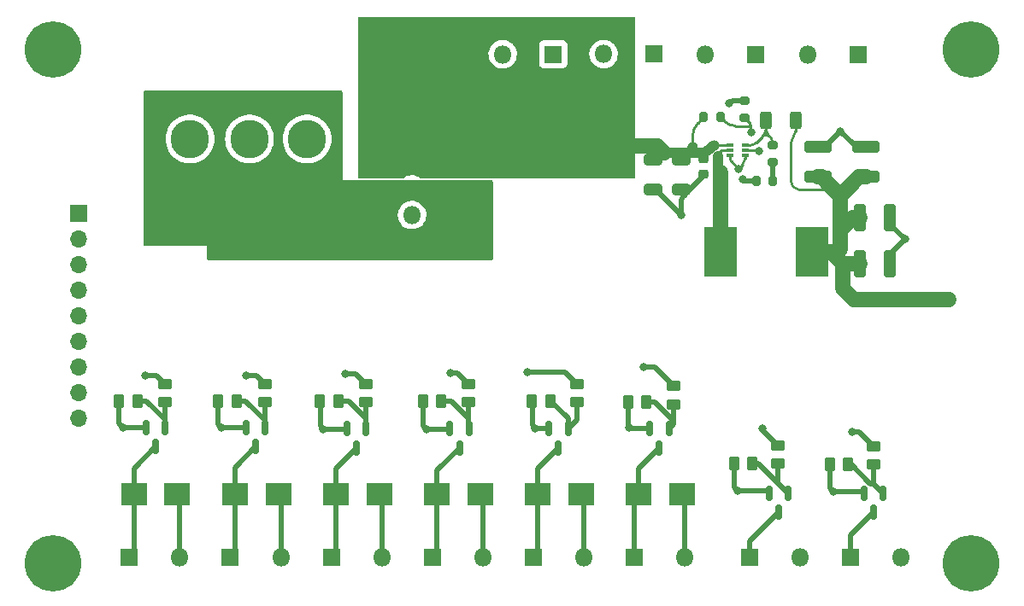
<source format=gbr>
%TF.GenerationSoftware,KiCad,Pcbnew,(6.0.5)*%
%TF.CreationDate,2022-10-19T12:43:17-05:00*%
%TF.ProjectId,powerPCB,706f7765-7250-4434-922e-6b696361645f,rev?*%
%TF.SameCoordinates,Original*%
%TF.FileFunction,Copper,L1,Top*%
%TF.FilePolarity,Positive*%
%FSLAX46Y46*%
G04 Gerber Fmt 4.6, Leading zero omitted, Abs format (unit mm)*
G04 Created by KiCad (PCBNEW (6.0.5)) date 2022-10-19 12:43:17*
%MOMM*%
%LPD*%
G01*
G04 APERTURE LIST*
G04 Aperture macros list*
%AMRoundRect*
0 Rectangle with rounded corners*
0 $1 Rounding radius*
0 $2 $3 $4 $5 $6 $7 $8 $9 X,Y pos of 4 corners*
0 Add a 4 corners polygon primitive as box body*
4,1,4,$2,$3,$4,$5,$6,$7,$8,$9,$2,$3,0*
0 Add four circle primitives for the rounded corners*
1,1,$1+$1,$2,$3*
1,1,$1+$1,$4,$5*
1,1,$1+$1,$6,$7*
1,1,$1+$1,$8,$9*
0 Add four rect primitives between the rounded corners*
20,1,$1+$1,$2,$3,$4,$5,0*
20,1,$1+$1,$4,$5,$6,$7,0*
20,1,$1+$1,$6,$7,$8,$9,0*
20,1,$1+$1,$8,$9,$2,$3,0*%
G04 Aperture macros list end*
%TA.AperFunction,SMDPad,CuDef*%
%ADD10RoundRect,0.150000X-0.150000X0.587500X-0.150000X-0.587500X0.150000X-0.587500X0.150000X0.587500X0*%
%TD*%
%TA.AperFunction,SMDPad,CuDef*%
%ADD11RoundRect,0.200000X-0.200000X-0.275000X0.200000X-0.275000X0.200000X0.275000X-0.200000X0.275000X0*%
%TD*%
%TA.AperFunction,ComponentPad*%
%ADD12C,5.600000*%
%TD*%
%TA.AperFunction,SMDPad,CuDef*%
%ADD13RoundRect,0.250000X-0.262500X-0.450000X0.262500X-0.450000X0.262500X0.450000X-0.262500X0.450000X0*%
%TD*%
%TA.AperFunction,ComponentPad*%
%ADD14C,3.800000*%
%TD*%
%TA.AperFunction,SMDPad,CuDef*%
%ADD15RoundRect,0.250000X1.100000X-0.325000X1.100000X0.325000X-1.100000X0.325000X-1.100000X-0.325000X0*%
%TD*%
%TA.AperFunction,SMDPad,CuDef*%
%ADD16R,2.500000X2.300000*%
%TD*%
%TA.AperFunction,ComponentPad*%
%ADD17R,1.800000X1.800000*%
%TD*%
%TA.AperFunction,ComponentPad*%
%ADD18O,1.800000X1.800000*%
%TD*%
%TA.AperFunction,SMDPad,CuDef*%
%ADD19RoundRect,0.200000X-0.275000X0.200000X-0.275000X-0.200000X0.275000X-0.200000X0.275000X0.200000X0*%
%TD*%
%TA.AperFunction,SMDPad,CuDef*%
%ADD20RoundRect,0.200000X0.275000X-0.200000X0.275000X0.200000X-0.275000X0.200000X-0.275000X-0.200000X0*%
%TD*%
%TA.AperFunction,SMDPad,CuDef*%
%ADD21RoundRect,0.250000X-0.650000X0.325000X-0.650000X-0.325000X0.650000X-0.325000X0.650000X0.325000X0*%
%TD*%
%TA.AperFunction,SMDPad,CuDef*%
%ADD22RoundRect,0.250000X-0.450000X0.262500X-0.450000X-0.262500X0.450000X-0.262500X0.450000X0.262500X0*%
%TD*%
%TA.AperFunction,SMDPad,CuDef*%
%ADD23RoundRect,0.225000X-0.250000X0.225000X-0.250000X-0.225000X0.250000X-0.225000X0.250000X0.225000X0*%
%TD*%
%TA.AperFunction,ComponentPad*%
%ADD24R,1.700000X1.700000*%
%TD*%
%TA.AperFunction,ComponentPad*%
%ADD25O,1.700000X1.700000*%
%TD*%
%TA.AperFunction,SMDPad,CuDef*%
%ADD26R,0.700000X0.340000*%
%TD*%
%TA.AperFunction,SMDPad,CuDef*%
%ADD27RoundRect,0.250000X-0.325000X-1.100000X0.325000X-1.100000X0.325000X1.100000X-0.325000X1.100000X0*%
%TD*%
%TA.AperFunction,SMDPad,CuDef*%
%ADD28RoundRect,0.250000X-0.312500X-0.625000X0.312500X-0.625000X0.312500X0.625000X-0.312500X0.625000X0*%
%TD*%
%TA.AperFunction,SMDPad,CuDef*%
%ADD29R,3.175000X4.950000*%
%TD*%
%TA.AperFunction,ViaPad*%
%ADD30C,0.800000*%
%TD*%
%TA.AperFunction,Conductor*%
%ADD31C,1.500000*%
%TD*%
%TA.AperFunction,Conductor*%
%ADD32C,0.500000*%
%TD*%
%TA.AperFunction,Conductor*%
%ADD33C,0.250000*%
%TD*%
%TA.AperFunction,Conductor*%
%ADD34C,1.000000*%
%TD*%
G04 APERTURE END LIST*
D10*
%TO.P,Q2,1,G*%
%TO.N,Net-(Q2-Pad1)*%
X105950000Y-86562500D03*
%TO.P,Q2,2,S*%
%TO.N,GND*%
X104050000Y-86562500D03*
%TO.P,Q2,3,D*%
%TO.N,Net-(D2-Pad2)*%
X105000000Y-88437500D03*
%TD*%
D11*
%TO.P,R1,2*%
%TO.N,/EN*%
X151055000Y-55750000D03*
%TO.P,R1,1*%
%TO.N,+12V*%
X149405000Y-55750000D03*
%TD*%
D12*
%TO.P,H9,1,1*%
%TO.N,unconnected-(H9-Pad1)*%
X84900000Y-49000000D03*
%TD*%
D13*
%TO.P,R13,1*%
%TO.N,GND*%
X111387500Y-83900000D03*
%TO.P,R13,2*%
%TO.N,Net-(Q4-Pad1)*%
X113212500Y-83900000D03*
%TD*%
D14*
%TO.P,H5,1,1*%
%TO.N,GND*%
X110100000Y-57900000D03*
%TD*%
D15*
%TO.P,C5,2*%
%TO.N,GND*%
X165460000Y-58715000D03*
%TO.P,C5,1*%
%TO.N,+5V*%
X165460000Y-61665000D03*
%TD*%
D16*
%TO.P,D4,1,K*%
%TO.N,+12V*%
X127250000Y-93100000D03*
%TO.P,D4,2,A*%
%TO.N,Net-(Q6-Pad3)*%
X122950000Y-93100000D03*
%TD*%
D17*
%TO.P,J10,1,Pin_1*%
%TO.N,Net-(Q6-Pad3)*%
X122500000Y-99400000D03*
D18*
%TO.P,J10,2,Pin_2*%
%TO.N,+12V*%
X127500000Y-99400000D03*
%TD*%
D10*
%TO.P,Q8,1,G*%
%TO.N,Net-(Q8-Pad1)*%
X145950000Y-86662500D03*
%TO.P,Q8,2,S*%
%TO.N,GND*%
X144050000Y-86662500D03*
%TO.P,Q8,3,D*%
%TO.N,Net-(D6-Pad2)*%
X145000000Y-88537500D03*
%TD*%
D18*
%TO.P,J3,2,Pin_2*%
%TO.N,GND*%
X149500000Y-49500000D03*
D17*
%TO.P,J3,1,Pin_1*%
%TO.N,+5V*%
X154500000Y-49500000D03*
%TD*%
D10*
%TO.P,Q6,1,G*%
%TO.N,Net-(Q6-Pad1)*%
X126150000Y-86662500D03*
%TO.P,Q6,2,S*%
%TO.N,GND*%
X124250000Y-86662500D03*
%TO.P,Q6,3,D*%
%TO.N,Net-(Q6-Pad3)*%
X125200000Y-88537500D03*
%TD*%
D19*
%TO.P,R3,2*%
%TO.N,/EN*%
X153430000Y-55775000D03*
%TO.P,R3,1*%
%TO.N,GND*%
X153430000Y-54125000D03*
%TD*%
D17*
%TO.P,J7,1,Pin_1*%
%TO.N,Net-(J7-Pad1)*%
X153900000Y-99400000D03*
D18*
%TO.P,J7,2,Pin_2*%
%TO.N,+12V*%
X158900000Y-99400000D03*
%TD*%
D17*
%TO.P,J1,1,Pin_1*%
%TO.N,Net-(D1-Pad2)*%
X92500000Y-99400000D03*
D18*
%TO.P,J1,2,Pin_2*%
%TO.N,+12V*%
X97500000Y-99400000D03*
%TD*%
D20*
%TO.P,R2,2*%
%TO.N,/FB*%
X156230000Y-58525000D03*
%TO.P,R2,1*%
%TO.N,Net-(R2-Pad1)*%
X156230000Y-60175000D03*
%TD*%
D13*
%TO.P,R9,1*%
%TO.N,GND*%
X101287500Y-83900000D03*
%TO.P,R9,2*%
%TO.N,Net-(Q2-Pad1)*%
X103112500Y-83900000D03*
%TD*%
D21*
%TO.P,C2,2*%
%TO.N,GND*%
X147130000Y-62925000D03*
%TO.P,C2,1*%
%TO.N,+12V*%
X147130000Y-59975000D03*
%TD*%
D22*
%TO.P,R20,1*%
%TO.N,GPIO19*%
X146400000Y-82387500D03*
%TO.P,R20,2*%
%TO.N,Net-(Q8-Pad1)*%
X146400000Y-84212500D03*
%TD*%
D13*
%TO.P,R15,1*%
%TO.N,GND*%
X161887500Y-90200000D03*
%TO.P,R15,2*%
%TO.N,Net-(Q5-Pad1)*%
X163712500Y-90200000D03*
%TD*%
D22*
%TO.P,R12,1*%
%TO.N,GPIO27*%
X115900000Y-82187500D03*
%TO.P,R12,2*%
%TO.N,Net-(Q4-Pad1)*%
X115900000Y-84012500D03*
%TD*%
%TO.P,R8,1*%
%TO.N,GPIO17*%
X105900000Y-82187500D03*
%TO.P,R8,2*%
%TO.N,Net-(Q2-Pad1)*%
X105900000Y-84012500D03*
%TD*%
D16*
%TO.P,D1,1,K*%
%TO.N,+12V*%
X97250000Y-93100000D03*
%TO.P,D1,2,A*%
%TO.N,Net-(D1-Pad2)*%
X92950000Y-93100000D03*
%TD*%
D14*
%TO.P,H6,1,1*%
%TO.N,GND*%
X104400000Y-57900000D03*
%TD*%
D12*
%TO.P,H10,1,1*%
%TO.N,unconnected-(H10-Pad1)*%
X175900000Y-100000000D03*
%TD*%
D18*
%TO.P,J4,2,Pin_2*%
%TO.N,GND*%
X159700000Y-49500000D03*
D17*
%TO.P,J4,1,Pin_1*%
%TO.N,+5V*%
X164700000Y-49500000D03*
%TD*%
D15*
%TO.P,C4,2*%
%TO.N,GND*%
X160670000Y-58715000D03*
%TO.P,C4,1*%
%TO.N,+5V*%
X160670000Y-61665000D03*
%TD*%
D16*
%TO.P,D2,1,K*%
%TO.N,+12V*%
X107250000Y-93100000D03*
%TO.P,D2,2,A*%
%TO.N,Net-(D2-Pad2)*%
X102950000Y-93100000D03*
%TD*%
D10*
%TO.P,Q5,1,G*%
%TO.N,Net-(Q5-Pad1)*%
X167150000Y-93062500D03*
%TO.P,Q5,2,S*%
%TO.N,GND*%
X165250000Y-93062500D03*
%TO.P,Q5,3,D*%
%TO.N,Net-(J9-Pad1)*%
X166200000Y-94937500D03*
%TD*%
D16*
%TO.P,D3,1,K*%
%TO.N,+12V*%
X117250000Y-93100000D03*
%TO.P,D3,2,A*%
%TO.N,Net-(D3-Pad2)*%
X112950000Y-93100000D03*
%TD*%
D13*
%TO.P,R19,1*%
%TO.N,GND*%
X132387500Y-83900000D03*
%TO.P,R19,2*%
%TO.N,Net-(Q7-Pad1)*%
X134212500Y-83900000D03*
%TD*%
D14*
%TO.P,H2,1,1*%
%TO.N,/12IN*%
X98600000Y-65200000D03*
%TD*%
D23*
%TO.P,C3,2*%
%TO.N,GND*%
X149330000Y-61425000D03*
%TO.P,C3,1*%
%TO.N,+12V*%
X149330000Y-59875000D03*
%TD*%
D17*
%TO.P,J6,1,Pin_1*%
%TO.N,Net-(D2-Pad2)*%
X102500000Y-99400000D03*
D18*
%TO.P,J6,2,Pin_2*%
%TO.N,+12V*%
X107500000Y-99400000D03*
%TD*%
D17*
%TO.P,J9,1,Pin_1*%
%TO.N,Net-(J9-Pad1)*%
X163900000Y-99400000D03*
D18*
%TO.P,J9,2,Pin_2*%
%TO.N,+12V*%
X168900000Y-99400000D03*
%TD*%
D13*
%TO.P,R21,1*%
%TO.N,GND*%
X141887500Y-84000000D03*
%TO.P,R21,2*%
%TO.N,Net-(Q8-Pad1)*%
X143712500Y-84000000D03*
%TD*%
D17*
%TO.P,J13,1,Pin_1*%
%TO.N,Net-(D6-Pad2)*%
X142500000Y-99390000D03*
D18*
%TO.P,J13,2,Pin_2*%
%TO.N,+12V*%
X147500000Y-99390000D03*
%TD*%
D22*
%TO.P,R16,1*%
%TO.N,GPIO22*%
X126100000Y-82187500D03*
%TO.P,R16,2*%
%TO.N,Net-(Q6-Pad1)*%
X126100000Y-84012500D03*
%TD*%
%TO.P,R18,1*%
%TO.N,GPIO5*%
X136800000Y-82187500D03*
%TO.P,R18,2*%
%TO.N,Net-(Q7-Pad1)*%
X136800000Y-84012500D03*
%TD*%
D17*
%TO.P,J11,1,Pin_1*%
%TO.N,Net-(D5-Pad2)*%
X132500000Y-99400000D03*
D18*
%TO.P,J11,2,Pin_2*%
%TO.N,+12V*%
X137500000Y-99400000D03*
%TD*%
D14*
%TO.P,H3,1,1*%
%TO.N,/12IN*%
X110000000Y-65200000D03*
%TD*%
D22*
%TO.P,R10,1*%
%TO.N,GPIO6*%
X156700000Y-88287500D03*
%TO.P,R10,2*%
%TO.N,Net-(Q3-Pad1)*%
X156700000Y-90112500D03*
%TD*%
D10*
%TO.P,Q4,1,G*%
%TO.N,Net-(Q4-Pad1)*%
X115950000Y-86662500D03*
%TO.P,Q4,2,S*%
%TO.N,GND*%
X114050000Y-86662500D03*
%TO.P,Q4,3,D*%
%TO.N,Net-(D3-Pad2)*%
X115000000Y-88537500D03*
%TD*%
D24*
%TO.P,J5,1,Pin_1*%
%TO.N,GND*%
X87450000Y-65250000D03*
D25*
%TO.P,J5,2,Pin_2*%
%TO.N,GPIO19*%
X87450000Y-67790000D03*
%TO.P,J5,3,Pin_3*%
%TO.N,GPIO13*%
X87450000Y-70330000D03*
%TO.P,J5,4,Pin_4*%
%TO.N,GPIO6*%
X87450000Y-72870000D03*
%TO.P,J5,5,Pin_5*%
%TO.N,GPIO5*%
X87450000Y-75410000D03*
%TO.P,J5,6,Pin_6*%
%TO.N,GPIO22*%
X87450000Y-77950000D03*
%TO.P,J5,7,Pin_7*%
%TO.N,GPIO27*%
X87450000Y-80490000D03*
%TO.P,J5,8,Pin_8*%
%TO.N,GPIO17*%
X87450000Y-83030000D03*
%TO.P,J5,9,Pin_9*%
%TO.N,GPIO4*%
X87450000Y-85570000D03*
%TD*%
D13*
%TO.P,R11,1*%
%TO.N,GND*%
X152387500Y-90100000D03*
%TO.P,R11,2*%
%TO.N,Net-(Q3-Pad1)*%
X154212500Y-90100000D03*
%TD*%
D10*
%TO.P,Q3,1,G*%
%TO.N,Net-(Q3-Pad1)*%
X157750000Y-93062500D03*
%TO.P,Q3,2,S*%
%TO.N,GND*%
X155850000Y-93062500D03*
%TO.P,Q3,3,D*%
%TO.N,Net-(J7-Pad1)*%
X156800000Y-94937500D03*
%TD*%
D16*
%TO.P,D5,1,K*%
%TO.N,+12V*%
X137250000Y-93100000D03*
%TO.P,D5,2,A*%
%TO.N,Net-(D5-Pad2)*%
X132950000Y-93100000D03*
%TD*%
D12*
%TO.P,H8,1,1*%
%TO.N,unconnected-(H8-Pad1)*%
X84900000Y-100000000D03*
%TD*%
D13*
%TO.P,R17,1*%
%TO.N,GND*%
X121587500Y-83900000D03*
%TO.P,R17,2*%
%TO.N,Net-(Q6-Pad1)*%
X123412500Y-83900000D03*
%TD*%
D14*
%TO.P,H1,1,1*%
%TO.N,/12IN*%
X104400000Y-65200000D03*
%TD*%
D13*
%TO.P,R7,1*%
%TO.N,GND*%
X91487500Y-83900000D03*
%TO.P,R7,2*%
%TO.N,Net-(Q1-Pad1)*%
X93312500Y-83900000D03*
%TD*%
D18*
%TO.P,SW1,1,A*%
%TO.N,unconnected-(SW1-Pad1)*%
X120500000Y-65440000D03*
%TO.P,SW1,2,B*%
%TO.N,/12IN*%
X120500000Y-62900000D03*
%TO.P,SW1,3,C*%
%TO.N,+12V*%
X120500000Y-60360000D03*
%TD*%
D12*
%TO.P,H7,1,1*%
%TO.N,unconnected-(H7-Pad1)*%
X175900000Y-49000000D03*
%TD*%
D21*
%TO.P,C1,2*%
%TO.N,GND*%
X144330000Y-62925000D03*
%TO.P,C1,1*%
%TO.N,+12V*%
X144330000Y-59975000D03*
%TD*%
D22*
%TO.P,R14,1*%
%TO.N,GPIO13*%
X166200000Y-88387500D03*
%TO.P,R14,2*%
%TO.N,Net-(Q5-Pad1)*%
X166200000Y-90212500D03*
%TD*%
D26*
%TO.P,U1,6,FB*%
%TO.N,/FB*%
X153480000Y-58550000D03*
%TO.P,U1,5,EN*%
%TO.N,/EN*%
X153480000Y-59050000D03*
%TO.P,U1,4,AGND*%
%TO.N,GND*%
X153480000Y-59550000D03*
%TO.P,U1,3,GND*%
X151980000Y-59550000D03*
%TO.P,U1,2,SW*%
%TO.N,/SW*%
X151980000Y-59050000D03*
%TO.P,U1,1,VIN*%
%TO.N,+12V*%
X151980000Y-58550000D03*
%TD*%
D27*
%TO.P,C6,2*%
%TO.N,GND*%
X167805000Y-65730000D03*
%TO.P,C6,1*%
%TO.N,+5V*%
X164855000Y-65730000D03*
%TD*%
D28*
%TO.P,R5,2*%
%TO.N,+5V*%
X158492500Y-56050000D03*
%TO.P,R5,1*%
%TO.N,/FB*%
X155567500Y-56050000D03*
%TD*%
D14*
%TO.P,H4,1,1*%
%TO.N,GND*%
X98500000Y-57900000D03*
%TD*%
D10*
%TO.P,Q1,1,G*%
%TO.N,Net-(Q1-Pad1)*%
X96050000Y-86562500D03*
%TO.P,Q1,2,S*%
%TO.N,GND*%
X94150000Y-86562500D03*
%TO.P,Q1,3,D*%
%TO.N,Net-(D1-Pad2)*%
X95100000Y-88437500D03*
%TD*%
D16*
%TO.P,D6,1,K*%
%TO.N,+12V*%
X147250000Y-93100000D03*
%TO.P,D6,2,A*%
%TO.N,Net-(D6-Pad2)*%
X142950000Y-93100000D03*
%TD*%
D17*
%TO.P,J8,1,Pin_1*%
%TO.N,Net-(D3-Pad2)*%
X112500000Y-99400000D03*
D18*
%TO.P,J8,2,Pin_2*%
%TO.N,+12V*%
X117500000Y-99400000D03*
%TD*%
D22*
%TO.P,R6,1*%
%TO.N,GPIO4*%
X96000000Y-82187500D03*
%TO.P,R6,2*%
%TO.N,Net-(Q1-Pad1)*%
X96000000Y-84012500D03*
%TD*%
D29*
%TO.P,LIHLP4040DZER2R2M1,2*%
%TO.N,+5V*%
X160095000Y-69107500D03*
%TO.P,LIHLP4040DZER2R2M1,1*%
%TO.N,/SW*%
X151080000Y-69107500D03*
%TD*%
D27*
%TO.P,C7,2*%
%TO.N,GND*%
X167805000Y-70250000D03*
%TO.P,C7,1*%
%TO.N,+5V*%
X164855000Y-70250000D03*
%TD*%
D18*
%TO.P,J2,2,Pin_2*%
%TO.N,GND*%
X139472500Y-49487500D03*
D17*
%TO.P,J2,1,Pin_1*%
%TO.N,+5V*%
X144472500Y-49487500D03*
%TD*%
D18*
%TO.P,J12,2,Pin_2*%
%TO.N,GND*%
X129482500Y-49497500D03*
D17*
%TO.P,J12,1,Pin_1*%
%TO.N,+5V*%
X134482500Y-49497500D03*
%TD*%
D10*
%TO.P,Q7,1,G*%
%TO.N,Net-(Q7-Pad1)*%
X135950000Y-86662500D03*
%TO.P,Q7,2,S*%
%TO.N,GND*%
X134050000Y-86662500D03*
%TO.P,Q7,3,D*%
%TO.N,Net-(D5-Pad2)*%
X135000000Y-88537500D03*
%TD*%
D11*
%TO.P,R4,2*%
%TO.N,Net-(R2-Pad1)*%
X156255000Y-62050000D03*
%TO.P,R4,1*%
%TO.N,GND*%
X154605000Y-62050000D03*
%TD*%
D30*
%TO.N,GND*%
X151880000Y-54360000D03*
X121912500Y-86700000D03*
X101600000Y-86500000D03*
X153220000Y-61940000D03*
X152830000Y-60850000D03*
X91900000Y-86500000D03*
X111712500Y-86700000D03*
X142000000Y-86500000D03*
X132712500Y-86600000D03*
X147130000Y-65450000D03*
X152712500Y-92800000D03*
X162212500Y-92900000D03*
X162930000Y-57150000D03*
X169330000Y-67850000D03*
%TO.N,+5V*%
X166230000Y-73850000D03*
X170230000Y-73850000D03*
X171230000Y-73850000D03*
X168230000Y-73850000D03*
X169230000Y-73850000D03*
X173230000Y-73850000D03*
X172230000Y-73850000D03*
X167230000Y-73850000D03*
X165230000Y-73850000D03*
X164230000Y-73850000D03*
%TO.N,/EN*%
X154828999Y-59075263D03*
X154100000Y-57210000D03*
%TO.N,GPIO4*%
X94100000Y-81400000D03*
%TO.N,GPIO17*%
X104100000Y-81400000D03*
%TO.N,GPIO27*%
X113900000Y-81200000D03*
%TO.N,GPIO22*%
X124300000Y-81100000D03*
%TO.N,GPIO5*%
X131900000Y-81000000D03*
%TO.N,GPIO6*%
X155200000Y-86600000D03*
%TO.N,GPIO13*%
X164100000Y-87000000D03*
%TO.N,GPIO19*%
X143400000Y-80500000D03*
%TD*%
D31*
%TO.N,+12V*%
X133890000Y-58610000D02*
X133700000Y-58800000D01*
X144790000Y-58610000D02*
X133890000Y-58610000D01*
X145490000Y-59310000D02*
X144790000Y-58610000D01*
D32*
%TO.N,GND*%
X152281170Y-54125000D02*
X153430000Y-54125000D01*
X153220000Y-61940000D02*
X153275000Y-61995000D01*
X91962500Y-86562500D02*
X91900000Y-86500000D01*
X144467500Y-62925000D02*
X144330000Y-62925000D01*
X155587500Y-92800000D02*
X155850000Y-93062500D01*
X153407781Y-62050000D02*
X154605000Y-62050000D01*
X91487500Y-83900000D02*
X91487500Y-86087500D01*
X151997500Y-54242500D02*
X151880000Y-54360000D01*
X147398750Y-63556250D02*
X147486250Y-63468750D01*
X167805000Y-66027500D02*
X167805000Y-65730000D01*
D33*
X151980000Y-59775000D02*
X151980000Y-59550000D01*
D32*
X111712500Y-86700000D02*
X111400000Y-86387500D01*
X168015364Y-66535364D02*
X169330000Y-67850000D01*
X152400000Y-92487500D02*
X152400000Y-90200000D01*
X165087500Y-92900000D02*
X165250000Y-93062500D01*
X101600000Y-86500000D02*
X101287500Y-86187500D01*
X103987500Y-86500000D02*
X104050000Y-86562500D01*
X162212500Y-92900000D02*
X161900000Y-92587500D01*
D33*
X153250190Y-60429809D02*
X152830000Y-60850000D01*
D32*
X101600000Y-86500000D02*
X103987500Y-86500000D01*
X152712500Y-92800000D02*
X155587500Y-92800000D01*
X101287500Y-86187500D02*
X101287500Y-83900000D01*
X147848750Y-63106250D02*
X147486250Y-63468750D01*
X164153820Y-58373820D02*
X162930000Y-57150000D01*
X141887500Y-84000000D02*
X141887500Y-86387500D01*
X141887500Y-86387500D02*
X142000000Y-86500000D01*
X162212500Y-92900000D02*
X165087500Y-92900000D01*
X121912500Y-86700000D02*
X124300000Y-86700000D01*
X132400000Y-86287500D02*
X132400000Y-84000000D01*
X164977500Y-58715000D02*
X165460000Y-58715000D01*
X142162500Y-86662500D02*
X142000000Y-86500000D01*
X111400000Y-86387500D02*
X111400000Y-84100000D01*
X111712500Y-86700000D02*
X114100000Y-86700000D01*
X167805000Y-69812500D02*
X167805000Y-70250000D01*
X94150000Y-86562500D02*
X91962500Y-86562500D01*
D33*
X152139099Y-60159099D02*
X152830000Y-60850000D01*
D32*
X147366871Y-62986871D02*
X147486250Y-63106250D01*
X147130000Y-65450000D02*
X147130000Y-64205069D01*
X147217500Y-62925000D02*
X147130000Y-62925000D01*
X132712500Y-86600000D02*
X132400000Y-86287500D01*
X132775000Y-86662500D02*
X132712500Y-86600000D01*
X147848750Y-63106250D02*
X149530000Y-61425000D01*
X134050000Y-86662500D02*
X132775000Y-86662500D01*
X147130000Y-65450000D02*
X144702227Y-63022227D01*
X121912500Y-86700000D02*
X121600000Y-86387500D01*
X161900000Y-92587500D02*
X161900000Y-90300000D01*
X91487500Y-86087500D02*
X91900000Y-86500000D01*
D33*
X153480000Y-59875000D02*
X153480000Y-59550000D01*
D32*
X144050000Y-86662500D02*
X142162500Y-86662500D01*
X161017500Y-58715000D02*
X160670000Y-58715000D01*
X121600000Y-86387500D02*
X121600000Y-84100000D01*
X168114359Y-69065640D02*
X169330000Y-67850000D01*
X152712500Y-92800000D02*
X152400000Y-92487500D01*
X161610719Y-58469280D02*
X162930000Y-57150000D01*
D33*
X152139099Y-60159099D02*
G75*
G02*
X151980000Y-59775000I384101J384099D01*
G01*
D32*
X147486250Y-63106250D02*
G75*
G02*
X147486250Y-63468750I-181250J-181250D01*
G01*
X153407781Y-62050007D02*
G75*
G02*
X153275000Y-61995000I19J187807D01*
G01*
X161017500Y-58715010D02*
G75*
G03*
X161610718Y-58469279I0J838910D01*
G01*
X164977500Y-58714987D02*
G75*
G02*
X164153821Y-58373819I0J1164887D01*
G01*
X147129988Y-64205069D02*
G75*
G02*
X147398750Y-63556250I917612J-31D01*
G01*
X144467500Y-62925014D02*
G75*
G02*
X144702227Y-63022227I0J-331986D01*
G01*
X167804994Y-69812500D02*
G75*
G02*
X168114359Y-69065640I1056206J0D01*
G01*
X151997509Y-54242509D02*
G75*
G02*
X152281170Y-54125000I283691J-283691D01*
G01*
X168015370Y-66535358D02*
G75*
G02*
X167805000Y-66027500I507830J507858D01*
G01*
D33*
X153250186Y-60429805D02*
G75*
G03*
X153480000Y-59875000I-554786J554805D01*
G01*
D32*
X147848749Y-63106249D02*
G75*
G02*
X147486251Y-63106249I-181249J181250D01*
G01*
X147217500Y-62924988D02*
G75*
G02*
X147366870Y-62986872I0J-211212D01*
G01*
D31*
%TO.N,+5V*%
X162930000Y-66950000D02*
X162930000Y-68850000D01*
D33*
X158798198Y-62900000D02*
X161620380Y-62900000D01*
D31*
X168630000Y-73850000D02*
X171530000Y-73850000D01*
X164815000Y-61665000D02*
X162930000Y-63550000D01*
X164855000Y-70250000D02*
X163130000Y-70250000D01*
X164855000Y-65730000D02*
X164150000Y-65730000D01*
X161987500Y-69107500D02*
X163130000Y-70250000D01*
X163130000Y-71950000D02*
X163130000Y-70250000D01*
X163130000Y-71950000D02*
X163130000Y-72750000D01*
X164230000Y-73850000D02*
X165230000Y-73850000D01*
X162930000Y-68850000D02*
X162330000Y-69450000D01*
X167330000Y-73850000D02*
X168430000Y-73850000D01*
X163130000Y-72750000D02*
X164230000Y-73850000D01*
X162930000Y-63550000D02*
X162930000Y-66950000D01*
X171230000Y-73850000D02*
X173630000Y-73850000D01*
X163130000Y-70250000D02*
X162330000Y-69450000D01*
X168430000Y-73850000D02*
X168630000Y-73850000D01*
X165230000Y-73850000D02*
X166330000Y-73850000D01*
X164150000Y-65730000D02*
X162930000Y-66950000D01*
X166330000Y-73850000D02*
X167330000Y-73850000D01*
X161045000Y-61665000D02*
X162930000Y-63550000D01*
X160095000Y-69107500D02*
X161987500Y-69107500D01*
D33*
X158492500Y-57152246D02*
X158492500Y-56050000D01*
D31*
X160670000Y-61665000D02*
X161045000Y-61665000D01*
X165460000Y-61665000D02*
X164815000Y-61665000D01*
D33*
X158030000Y-58268819D02*
X158030000Y-62131801D01*
X161755033Y-62574967D02*
G75*
G02*
X161620380Y-62900000I-134633J-134633D01*
G01*
X158030004Y-58268819D02*
G75*
G02*
X158261251Y-57710534I789496J19D01*
G01*
X158798198Y-62900000D02*
G75*
G02*
X158255001Y-62674999I2J768200D01*
G01*
X158261219Y-57710502D02*
G75*
G03*
X158492500Y-57152246I-558219J558302D01*
G01*
X158255001Y-62674999D02*
G75*
G02*
X158030000Y-62131801I543199J543199D01*
G01*
D31*
%TO.N,/SW*%
X151080000Y-69107500D02*
X151080000Y-61200000D01*
D34*
X150789312Y-59650000D02*
X150787500Y-59648188D01*
D33*
X151980000Y-59050000D02*
X151130000Y-59050000D01*
X151130000Y-59050000D02*
X150830000Y-59350000D01*
D34*
X150930000Y-61250000D02*
X150930000Y-61150000D01*
X151130000Y-61450000D02*
X150930000Y-61250000D01*
X150789312Y-61050000D02*
X150789312Y-59650000D01*
X150930000Y-61150000D02*
X150930000Y-61050000D01*
D33*
%TO.N,/EN*%
X151485000Y-56180000D02*
X151055000Y-55750000D01*
X153960450Y-56305450D02*
X153430000Y-55775000D01*
X154040000Y-56722500D02*
X154040000Y-57150000D01*
X154785872Y-59050000D02*
X153480000Y-59050000D01*
X154040000Y-56497500D02*
X154040000Y-56722500D01*
X154816367Y-59062631D02*
X154828999Y-59075263D01*
X153927500Y-56610000D02*
X152523111Y-56610000D01*
X154039999Y-56497500D02*
G75*
G03*
X153960449Y-56305451I-271599J0D01*
G01*
X154040000Y-56497500D02*
G75*
G02*
X153927500Y-56610000I-112500J0D01*
G01*
X152523111Y-56609995D02*
G75*
G02*
X151485000Y-56180000I-11J1468095D01*
G01*
X153927500Y-56610000D02*
G75*
G02*
X154040000Y-56722500I0J-112500D01*
G01*
X154785872Y-59050012D02*
G75*
G02*
X154816367Y-59062631I28J-43088D01*
G01*
%TO.N,/FB*%
X156035545Y-57780545D02*
X155898750Y-57643750D01*
X153905000Y-58550000D02*
X153480000Y-58550000D01*
X154630520Y-58249479D02*
X155236250Y-57643750D01*
X156230000Y-58250000D02*
X156230000Y-58525000D01*
X155567500Y-56844041D02*
X155567500Y-56050000D01*
X155898762Y-57643738D02*
G75*
G02*
X155567500Y-56844041I799738J799738D01*
G01*
X156230002Y-58250000D02*
G75*
G03*
X156035545Y-57780545I-663902J0D01*
G01*
X155236250Y-57643750D02*
G75*
G02*
X155898750Y-57643750I331250J-331247D01*
G01*
X153905000Y-58550011D02*
G75*
G03*
X154630520Y-58249479I0J1026011D01*
G01*
X155567517Y-56844041D02*
G75*
G02*
X155236250Y-57643750I-1131017J41D01*
G01*
D32*
%TO.N,Net-(R2-Pad1)*%
X156242500Y-62037500D02*
X156255000Y-62050000D01*
X156230000Y-62007322D02*
X156230000Y-60175000D01*
X156242507Y-62037493D02*
G75*
G02*
X156230000Y-62007322I30193J30193D01*
G01*
%TO.N,GPIO4*%
X95212500Y-81400000D02*
X96000000Y-82187500D01*
X94100000Y-81400000D02*
X95212500Y-81400000D01*
%TO.N,GPIO17*%
X105112500Y-81400000D02*
X105900000Y-82187500D01*
X104100000Y-81400000D02*
X105112500Y-81400000D01*
%TO.N,GPIO27*%
X114912500Y-81200000D02*
X115900000Y-82187500D01*
X113900000Y-81200000D02*
X114912500Y-81200000D01*
%TO.N,GPIO22*%
X124300000Y-81100000D02*
X125012500Y-81100000D01*
X125012500Y-81100000D02*
X126100000Y-82187500D01*
%TO.N,GPIO5*%
X135612500Y-81000000D02*
X136800000Y-82187500D01*
X131900000Y-81000000D02*
X135612500Y-81000000D01*
%TO.N,GPIO6*%
X155200000Y-86600000D02*
X155200000Y-86787500D01*
X155200000Y-86787500D02*
X156700000Y-88287500D01*
%TO.N,Net-(Q1-Pad1)*%
X94200000Y-83900000D02*
X96000000Y-85700000D01*
X96000000Y-86512500D02*
X96050000Y-86562500D01*
X93312500Y-83900000D02*
X94200000Y-83900000D01*
X96000000Y-85700000D02*
X96000000Y-86512500D01*
X96000000Y-84012500D02*
X96000000Y-85700000D01*
%TO.N,Net-(Q2-Pad1)*%
X103112500Y-83900000D02*
X104000000Y-83900000D01*
X105900000Y-86512500D02*
X105950000Y-86562500D01*
X105900000Y-85800000D02*
X105900000Y-86512500D01*
X105900000Y-84012500D02*
X105900000Y-85800000D01*
X104000000Y-83900000D02*
X105900000Y-85800000D01*
%TO.N,Net-(Q3-Pad1)*%
X156700000Y-90112500D02*
X156700000Y-92012500D01*
X154787500Y-90100000D02*
X156700000Y-92012500D01*
X156700000Y-92012500D02*
X157750000Y-93062500D01*
X154212500Y-90100000D02*
X154787500Y-90100000D01*
%TO.N,Net-(Q4-Pad1)*%
X113212500Y-83900000D02*
X114200000Y-83900000D01*
X115900000Y-84012500D02*
X115900000Y-85600000D01*
X115900000Y-85600000D02*
X115900000Y-86612500D01*
X115900000Y-86612500D02*
X115950000Y-86662500D01*
X114200000Y-83900000D02*
X115900000Y-85600000D01*
%TO.N,Net-(Q5-Pad1)*%
X166200000Y-90212500D02*
X166200000Y-92112500D01*
X163712500Y-90200000D02*
X163972849Y-90200000D01*
X166200000Y-92112500D02*
X167150000Y-93062500D01*
X165885349Y-92112500D02*
X166200000Y-92112500D01*
X163972849Y-90200000D02*
X165885349Y-92112500D01*
%TO.N,Net-(Q6-Pad1)*%
X124400000Y-83900000D02*
X126100000Y-85600000D01*
X126100000Y-84012500D02*
X126100000Y-85600000D01*
X126100000Y-85600000D02*
X126100000Y-86612500D01*
X126100000Y-86612500D02*
X126150000Y-86662500D01*
X123412500Y-83900000D02*
X124400000Y-83900000D01*
%TO.N,Net-(Q7-Pad1)*%
X136800000Y-84012500D02*
X136800000Y-85812500D01*
X135950000Y-86662500D02*
X135950000Y-85637500D01*
X135950000Y-85637500D02*
X134212500Y-83900000D01*
X136800000Y-85812500D02*
X135950000Y-86662500D01*
%TO.N,GPIO13*%
X164812500Y-87000000D02*
X166200000Y-88387500D01*
X164100000Y-87000000D02*
X164812500Y-87000000D01*
D34*
%TO.N,+12V*%
X149032598Y-59310000D02*
X148900000Y-59310000D01*
X147112426Y-59310000D02*
X147680000Y-59310000D01*
X147027573Y-59310000D02*
X147112426Y-59310000D01*
D32*
X127500000Y-99400000D02*
X127500000Y-93350000D01*
D34*
X145870000Y-59310000D02*
X147027573Y-59310000D01*
X144494020Y-59310000D02*
X145285979Y-59310000D01*
D32*
X117500000Y-93350000D02*
X117250000Y-93100000D01*
D34*
X144330000Y-59922500D02*
X144330000Y-59975000D01*
X145870000Y-59310000D02*
X145490000Y-59310000D01*
D33*
X148290000Y-57653424D02*
X148290000Y-58700000D01*
D32*
X137500000Y-99400000D02*
X137500000Y-93350000D01*
X107500000Y-99400000D02*
X107500000Y-93350000D01*
D33*
X150630000Y-58550000D02*
X150430000Y-58550000D01*
D34*
X145285979Y-59310000D02*
X145870000Y-59310000D01*
D32*
X117500000Y-99400000D02*
X117500000Y-93350000D01*
X149530000Y-59875000D02*
X149530000Y-59350000D01*
X147500000Y-99390000D02*
X147500000Y-93350000D01*
D34*
X144367123Y-59832876D02*
X144610000Y-59590000D01*
D33*
X150630000Y-58550000D02*
X151980000Y-58550000D01*
D32*
X97500000Y-93350000D02*
X97250000Y-93100000D01*
X97500000Y-99400000D02*
X97500000Y-93350000D01*
D34*
X149949999Y-58929999D02*
X150259289Y-58620710D01*
D32*
X127500000Y-93350000D02*
X127250000Y-93100000D01*
D34*
X148900000Y-59310000D02*
X147680000Y-59310000D01*
D33*
X148847500Y-56307500D02*
X149405000Y-55750000D01*
D34*
X147130000Y-59412426D02*
X147130000Y-59975000D01*
D32*
X147500000Y-93350000D02*
X147250000Y-93100000D01*
X137500000Y-93350000D02*
X137250000Y-93100000D01*
X107500000Y-93350000D02*
X107250000Y-93100000D01*
D34*
X150259294Y-58620715D02*
G75*
G02*
X150430000Y-58550000I170706J-170685D01*
G01*
X147027573Y-59310011D02*
G75*
G02*
X147100000Y-59340000I27J-102389D01*
G01*
X148290000Y-58700000D02*
G75*
G02*
X147680000Y-59310000I-610000J0D01*
G01*
D33*
X148290010Y-57653424D02*
G75*
G02*
X148847500Y-56307500I1903390J24D01*
G01*
X148900000Y-59310000D02*
G75*
G02*
X148290000Y-58700000I0J610000D01*
G01*
D34*
X144329986Y-59922500D02*
G75*
G02*
X144367123Y-59832876I126714J0D01*
G01*
X149032598Y-59309998D02*
G75*
G03*
X149949999Y-58929999I2J1297398D01*
G01*
X147099955Y-59340045D02*
G75*
G02*
X147112426Y-59310000I12445J12445D01*
G01*
X144494020Y-59309952D02*
G75*
G02*
X144609999Y-59589999I-20J-164048D01*
G01*
X144610006Y-59590006D02*
G75*
G02*
X145285979Y-59310000I675994J-675994D01*
G01*
X147129989Y-59412426D02*
G75*
G03*
X147100000Y-59340000I-102389J26D01*
G01*
D32*
%TO.N,Net-(D1-Pad2)*%
X92950000Y-90587500D02*
X92950000Y-93100000D01*
X92950000Y-98950000D02*
X92500000Y-99400000D01*
X92950000Y-93100000D02*
X92950000Y-98950000D01*
X95100000Y-88437500D02*
X92950000Y-90587500D01*
%TO.N,Net-(D2-Pad2)*%
X102950000Y-98950000D02*
X102500000Y-99400000D01*
X105000000Y-88437500D02*
X102950000Y-90487500D01*
X102950000Y-90487500D02*
X102950000Y-93100000D01*
X102950000Y-93100000D02*
X102950000Y-98950000D01*
%TO.N,Net-(D3-Pad2)*%
X112950000Y-98950000D02*
X112500000Y-99400000D01*
X112950000Y-90587500D02*
X112950000Y-93100000D01*
X115000000Y-88537500D02*
X112950000Y-90587500D01*
X112950000Y-93100000D02*
X112950000Y-98950000D01*
%TO.N,Net-(Q6-Pad3)*%
X122950000Y-98950000D02*
X122500000Y-99400000D01*
X122950000Y-90787500D02*
X122950000Y-93100000D01*
X122950000Y-93100000D02*
X122950000Y-98950000D01*
X125200000Y-88537500D02*
X122950000Y-90787500D01*
%TO.N,Net-(D5-Pad2)*%
X132950000Y-98950000D02*
X132500000Y-99400000D01*
X132950000Y-90587500D02*
X132950000Y-93100000D01*
X132950000Y-93100000D02*
X132950000Y-98950000D01*
X135000000Y-88537500D02*
X132950000Y-90587500D01*
%TO.N,Net-(J7-Pad1)*%
X156800000Y-94937500D02*
X153900000Y-97837500D01*
X153900000Y-97837500D02*
X153900000Y-99400000D01*
%TO.N,Net-(J9-Pad1)*%
X163900000Y-97237500D02*
X163900000Y-99400000D01*
X166200000Y-94937500D02*
X163900000Y-97237500D01*
%TO.N,Net-(D6-Pad2)*%
X142500000Y-99390000D02*
X142500000Y-93550000D01*
X142950000Y-90587500D02*
X142950000Y-93100000D01*
X142500000Y-93550000D02*
X142950000Y-93100000D01*
X145000000Y-88537500D02*
X142950000Y-90587500D01*
%TO.N,GPIO19*%
X143400000Y-80500000D02*
X144512500Y-80500000D01*
X144512500Y-80500000D02*
X146400000Y-82387500D01*
%TO.N,Net-(Q8-Pad1)*%
X146400000Y-85900000D02*
X146400000Y-86212500D01*
X144500000Y-84000000D02*
X146400000Y-85900000D01*
X146400000Y-84212500D02*
X146400000Y-85900000D01*
X146400000Y-86212500D02*
X145950000Y-86662500D01*
X143712500Y-84000000D02*
X144500000Y-84000000D01*
%TD*%
%TA.AperFunction,Conductor*%
%TO.N,+12V*%
G36*
X142569621Y-45820002D02*
G01*
X142616114Y-45873658D01*
X142627500Y-45926000D01*
X142627500Y-61674000D01*
X142607498Y-61742121D01*
X142553842Y-61788614D01*
X142501500Y-61800000D01*
X121423617Y-61800000D01*
X121355496Y-61779998D01*
X121345525Y-61772882D01*
X121286177Y-61726011D01*
X121286172Y-61726008D01*
X121282123Y-61722810D01*
X121277607Y-61720317D01*
X121277604Y-61720315D01*
X121083879Y-61613373D01*
X121083875Y-61613371D01*
X121079355Y-61610876D01*
X121074486Y-61609152D01*
X121074482Y-61609150D01*
X120865903Y-61535288D01*
X120865899Y-61535287D01*
X120861028Y-61533562D01*
X120855935Y-61532655D01*
X120855932Y-61532654D01*
X120638095Y-61493851D01*
X120638089Y-61493850D01*
X120633006Y-61492945D01*
X120560096Y-61492054D01*
X120406581Y-61490179D01*
X120406579Y-61490179D01*
X120401411Y-61490116D01*
X120172464Y-61525150D01*
X119952314Y-61597106D01*
X119947726Y-61599494D01*
X119947722Y-61599496D01*
X119751461Y-61701663D01*
X119746872Y-61704052D01*
X119742739Y-61707155D01*
X119742736Y-61707157D01*
X119652698Y-61774760D01*
X119586213Y-61799666D01*
X119577045Y-61800000D01*
X115253500Y-61800000D01*
X115185379Y-61779998D01*
X115138886Y-61726342D01*
X115127500Y-61674000D01*
X115127500Y-49462969D01*
X128069595Y-49462969D01*
X128069892Y-49468122D01*
X128069892Y-49468125D01*
X128075567Y-49566541D01*
X128082927Y-49694197D01*
X128084064Y-49699243D01*
X128084065Y-49699249D01*
X128116241Y-49842023D01*
X128133846Y-49920142D01*
X128135788Y-49924924D01*
X128135789Y-49924928D01*
X128219040Y-50129950D01*
X128220984Y-50134737D01*
X128342001Y-50332219D01*
X128493647Y-50507284D01*
X128671849Y-50655230D01*
X128871822Y-50772084D01*
X129088194Y-50854709D01*
X129093260Y-50855740D01*
X129093261Y-50855740D01*
X129146346Y-50866540D01*
X129315156Y-50900885D01*
X129444589Y-50905631D01*
X129541449Y-50909183D01*
X129541453Y-50909183D01*
X129546613Y-50909372D01*
X129551733Y-50908716D01*
X129551735Y-50908716D01*
X129625666Y-50899245D01*
X129776347Y-50879942D01*
X129781295Y-50878457D01*
X129781302Y-50878456D01*
X129993247Y-50814869D01*
X129998190Y-50813386D01*
X130002824Y-50811116D01*
X130201549Y-50713762D01*
X130201552Y-50713760D01*
X130206184Y-50711491D01*
X130394743Y-50576994D01*
X130526562Y-50445634D01*
X133074000Y-50445634D01*
X133080755Y-50507816D01*
X133131885Y-50644205D01*
X133219239Y-50760761D01*
X133335795Y-50848115D01*
X133472184Y-50899245D01*
X133534366Y-50906000D01*
X135430634Y-50906000D01*
X135492816Y-50899245D01*
X135629205Y-50848115D01*
X135745761Y-50760761D01*
X135833115Y-50644205D01*
X135884245Y-50507816D01*
X135891000Y-50445634D01*
X135891000Y-49452969D01*
X138059595Y-49452969D01*
X138059892Y-49458122D01*
X138059892Y-49458125D01*
X138072629Y-49679029D01*
X138072927Y-49684197D01*
X138074064Y-49689243D01*
X138074065Y-49689249D01*
X138098161Y-49796171D01*
X138123846Y-49910142D01*
X138125788Y-49914924D01*
X138125789Y-49914928D01*
X138165543Y-50012829D01*
X138210984Y-50124737D01*
X138332001Y-50322219D01*
X138483647Y-50497284D01*
X138661849Y-50645230D01*
X138861822Y-50762084D01*
X138866647Y-50763926D01*
X138866648Y-50763927D01*
X138941165Y-50792383D01*
X139078194Y-50844709D01*
X139083260Y-50845740D01*
X139083261Y-50845740D01*
X139132413Y-50855740D01*
X139305156Y-50890885D01*
X139435824Y-50895676D01*
X139531449Y-50899183D01*
X139531453Y-50899183D01*
X139536613Y-50899372D01*
X139541733Y-50898716D01*
X139541735Y-50898716D01*
X139614770Y-50889360D01*
X139766347Y-50869942D01*
X139771295Y-50868457D01*
X139771302Y-50868456D01*
X139983247Y-50804869D01*
X139988190Y-50803386D01*
X139992824Y-50801116D01*
X140191549Y-50703762D01*
X140191552Y-50703760D01*
X140196184Y-50701491D01*
X140384743Y-50566994D01*
X140548803Y-50403505D01*
X140683958Y-50215417D01*
X140723833Y-50134737D01*
X140784284Y-50012422D01*
X140784285Y-50012420D01*
X140786578Y-50007780D01*
X140853908Y-49786171D01*
X140884140Y-49556541D01*
X140884222Y-49553191D01*
X140885745Y-49490865D01*
X140885745Y-49490861D01*
X140885827Y-49487500D01*
X140868095Y-49271818D01*
X140867273Y-49261818D01*
X140867272Y-49261812D01*
X140866849Y-49256667D01*
X140838637Y-49144350D01*
X140811684Y-49037044D01*
X140811683Y-49037040D01*
X140810425Y-49032033D01*
X140808366Y-49027297D01*
X140720130Y-48824368D01*
X140720128Y-48824365D01*
X140718070Y-48819631D01*
X140592264Y-48625165D01*
X140580592Y-48612337D01*
X140520201Y-48545969D01*
X140436387Y-48453858D01*
X140432336Y-48450659D01*
X140432332Y-48450655D01*
X140258677Y-48313511D01*
X140258672Y-48313508D01*
X140254623Y-48310310D01*
X140250107Y-48307817D01*
X140250104Y-48307815D01*
X140056379Y-48200873D01*
X140056375Y-48200871D01*
X140051855Y-48198376D01*
X140046986Y-48196652D01*
X140046982Y-48196650D01*
X139838403Y-48122788D01*
X139838399Y-48122787D01*
X139833528Y-48121062D01*
X139828435Y-48120155D01*
X139828432Y-48120154D01*
X139610595Y-48081351D01*
X139610589Y-48081350D01*
X139605506Y-48080445D01*
X139532596Y-48079554D01*
X139379081Y-48077679D01*
X139379079Y-48077679D01*
X139373911Y-48077616D01*
X139144964Y-48112650D01*
X138924814Y-48184606D01*
X138920226Y-48186994D01*
X138920222Y-48186996D01*
X138723961Y-48289163D01*
X138719372Y-48291552D01*
X138715239Y-48294655D01*
X138715236Y-48294657D01*
X138629269Y-48359203D01*
X138534155Y-48430617D01*
X138530583Y-48434355D01*
X138417411Y-48552783D01*
X138374139Y-48598064D01*
X138371225Y-48602336D01*
X138371224Y-48602337D01*
X138355652Y-48625165D01*
X138243619Y-48789399D01*
X138146102Y-48999481D01*
X138084207Y-49222669D01*
X138059595Y-49452969D01*
X135891000Y-49452969D01*
X135891000Y-48549366D01*
X135884245Y-48487184D01*
X135833115Y-48350795D01*
X135745761Y-48234239D01*
X135629205Y-48146885D01*
X135492816Y-48095755D01*
X135430634Y-48089000D01*
X133534366Y-48089000D01*
X133472184Y-48095755D01*
X133335795Y-48146885D01*
X133219239Y-48234239D01*
X133131885Y-48350795D01*
X133080755Y-48487184D01*
X133074000Y-48549366D01*
X133074000Y-50445634D01*
X130526562Y-50445634D01*
X130558803Y-50413505D01*
X130563368Y-50407153D01*
X130621594Y-50326122D01*
X130693958Y-50225417D01*
X130698901Y-50215417D01*
X130794284Y-50022422D01*
X130794285Y-50022420D01*
X130796578Y-50017780D01*
X130863908Y-49796171D01*
X130894140Y-49566541D01*
X130895827Y-49497500D01*
X130889532Y-49420934D01*
X130877273Y-49271818D01*
X130877272Y-49271812D01*
X130876849Y-49266667D01*
X130820425Y-49042033D01*
X130814018Y-49027297D01*
X130730130Y-48834368D01*
X130730128Y-48834365D01*
X130728070Y-48829631D01*
X130602264Y-48635165D01*
X130597118Y-48629509D01*
X130474760Y-48495040D01*
X130446387Y-48463858D01*
X130442336Y-48460659D01*
X130442332Y-48460655D01*
X130268677Y-48323511D01*
X130268672Y-48323508D01*
X130264623Y-48320310D01*
X130260107Y-48317817D01*
X130260104Y-48317815D01*
X130066379Y-48210873D01*
X130066375Y-48210871D01*
X130061855Y-48208376D01*
X130056986Y-48206652D01*
X130056982Y-48206650D01*
X129848403Y-48132788D01*
X129848399Y-48132787D01*
X129843528Y-48131062D01*
X129838435Y-48130155D01*
X129838432Y-48130154D01*
X129620595Y-48091351D01*
X129620589Y-48091350D01*
X129615506Y-48090445D01*
X129542596Y-48089554D01*
X129389081Y-48087679D01*
X129389079Y-48087679D01*
X129383911Y-48087616D01*
X129154964Y-48122650D01*
X128934814Y-48194606D01*
X128930226Y-48196994D01*
X128930222Y-48196996D01*
X128753171Y-48289163D01*
X128729372Y-48301552D01*
X128725239Y-48304655D01*
X128725236Y-48304657D01*
X128552495Y-48434355D01*
X128544155Y-48440617D01*
X128384139Y-48608064D01*
X128381225Y-48612336D01*
X128381224Y-48612337D01*
X128365652Y-48635165D01*
X128253619Y-48799399D01*
X128156102Y-49009481D01*
X128094207Y-49232669D01*
X128069595Y-49462969D01*
X115127500Y-49462969D01*
X115127500Y-45926000D01*
X115147502Y-45857879D01*
X115201158Y-45811386D01*
X115253500Y-45800000D01*
X142501500Y-45800000D01*
X142569621Y-45820002D01*
G37*
%TD.AperFunction*%
%TD*%
%TA.AperFunction,Conductor*%
%TO.N,/12IN*%
G36*
X128442121Y-62020002D02*
G01*
X128488614Y-62073658D01*
X128500000Y-62126000D01*
X128500000Y-69774000D01*
X128479998Y-69842121D01*
X128426342Y-69888614D01*
X128374000Y-69900000D01*
X100326000Y-69900000D01*
X100257879Y-69879998D01*
X100211386Y-69826342D01*
X100200000Y-69774000D01*
X100200000Y-65405469D01*
X119087095Y-65405469D01*
X119087392Y-65410622D01*
X119087392Y-65410625D01*
X119093067Y-65509041D01*
X119100427Y-65636697D01*
X119101564Y-65641743D01*
X119101565Y-65641749D01*
X119133741Y-65784523D01*
X119151346Y-65862642D01*
X119153288Y-65867424D01*
X119153289Y-65867428D01*
X119236540Y-66072450D01*
X119238484Y-66077237D01*
X119359501Y-66274719D01*
X119511147Y-66449784D01*
X119689349Y-66597730D01*
X119889322Y-66714584D01*
X120105694Y-66797209D01*
X120110760Y-66798240D01*
X120110761Y-66798240D01*
X120163846Y-66809040D01*
X120332656Y-66843385D01*
X120463324Y-66848176D01*
X120558949Y-66851683D01*
X120558953Y-66851683D01*
X120564113Y-66851872D01*
X120569233Y-66851216D01*
X120569235Y-66851216D01*
X120642270Y-66841860D01*
X120793847Y-66822442D01*
X120798795Y-66820957D01*
X120798802Y-66820956D01*
X121010747Y-66757369D01*
X121015690Y-66755886D01*
X121096236Y-66716427D01*
X121219049Y-66656262D01*
X121219052Y-66656260D01*
X121223684Y-66653991D01*
X121412243Y-66519494D01*
X121576303Y-66356005D01*
X121711458Y-66167917D01*
X121758641Y-66072450D01*
X121811784Y-65964922D01*
X121811785Y-65964920D01*
X121814078Y-65960280D01*
X121881408Y-65738671D01*
X121911640Y-65509041D01*
X121913327Y-65440000D01*
X121907032Y-65363434D01*
X121894773Y-65214318D01*
X121894772Y-65214312D01*
X121894349Y-65209167D01*
X121837925Y-64984533D01*
X121835866Y-64979797D01*
X121747630Y-64776868D01*
X121747628Y-64776865D01*
X121745570Y-64772131D01*
X121619764Y-64577665D01*
X121463887Y-64406358D01*
X121459836Y-64403159D01*
X121459832Y-64403155D01*
X121286177Y-64266011D01*
X121286172Y-64266008D01*
X121282123Y-64262810D01*
X121277607Y-64260317D01*
X121277604Y-64260315D01*
X121083879Y-64153373D01*
X121083875Y-64153371D01*
X121079355Y-64150876D01*
X121074486Y-64149152D01*
X121074482Y-64149150D01*
X120865903Y-64075288D01*
X120865899Y-64075287D01*
X120861028Y-64073562D01*
X120855935Y-64072655D01*
X120855932Y-64072654D01*
X120638095Y-64033851D01*
X120638089Y-64033850D01*
X120633006Y-64032945D01*
X120560096Y-64032054D01*
X120406581Y-64030179D01*
X120406579Y-64030179D01*
X120401411Y-64030116D01*
X120172464Y-64065150D01*
X119952314Y-64137106D01*
X119947726Y-64139494D01*
X119947722Y-64139496D01*
X119921065Y-64153373D01*
X119746872Y-64244052D01*
X119742739Y-64247155D01*
X119742736Y-64247157D01*
X119717625Y-64266011D01*
X119561655Y-64383117D01*
X119401639Y-64550564D01*
X119398725Y-64554836D01*
X119398724Y-64554837D01*
X119383152Y-64577665D01*
X119271119Y-64741899D01*
X119173602Y-64951981D01*
X119111707Y-65175169D01*
X119087095Y-65405469D01*
X100200000Y-65405469D01*
X100200000Y-62000000D01*
X128374000Y-62000000D01*
X128442121Y-62020002D01*
G37*
%TD.AperFunction*%
%TD*%
%TA.AperFunction,Conductor*%
%TO.N,/12IN*%
G36*
X113542121Y-53120002D02*
G01*
X113588614Y-53173658D01*
X113600000Y-53226000D01*
X113600000Y-68500000D01*
X94026000Y-68500000D01*
X93957879Y-68479998D01*
X93911386Y-68426342D01*
X93900000Y-68374000D01*
X93900000Y-57900000D01*
X96086738Y-57900000D01*
X96105767Y-58202462D01*
X96162555Y-58500154D01*
X96256206Y-58788381D01*
X96385242Y-59062598D01*
X96547630Y-59318480D01*
X96740808Y-59551992D01*
X96961729Y-59759450D01*
X97206910Y-59937584D01*
X97472483Y-60083585D01*
X97476152Y-60085038D01*
X97476157Y-60085040D01*
X97750591Y-60193696D01*
X97754261Y-60195149D01*
X98047800Y-60270516D01*
X98348470Y-60308500D01*
X98651530Y-60308500D01*
X98952200Y-60270516D01*
X99245739Y-60195149D01*
X99249409Y-60193696D01*
X99523843Y-60085040D01*
X99523848Y-60085038D01*
X99527517Y-60083585D01*
X99793090Y-59937584D01*
X100038271Y-59759450D01*
X100259192Y-59551992D01*
X100452370Y-59318480D01*
X100614758Y-59062598D01*
X100743794Y-58788381D01*
X100837445Y-58500154D01*
X100894233Y-58202462D01*
X100913262Y-57900000D01*
X101986738Y-57900000D01*
X102005767Y-58202462D01*
X102062555Y-58500154D01*
X102156206Y-58788381D01*
X102285242Y-59062598D01*
X102447630Y-59318480D01*
X102640808Y-59551992D01*
X102861729Y-59759450D01*
X103106910Y-59937584D01*
X103372483Y-60083585D01*
X103376152Y-60085038D01*
X103376157Y-60085040D01*
X103650591Y-60193696D01*
X103654261Y-60195149D01*
X103947800Y-60270516D01*
X104248470Y-60308500D01*
X104551530Y-60308500D01*
X104852200Y-60270516D01*
X105145739Y-60195149D01*
X105149409Y-60193696D01*
X105423843Y-60085040D01*
X105423848Y-60085038D01*
X105427517Y-60083585D01*
X105693090Y-59937584D01*
X105938271Y-59759450D01*
X106159192Y-59551992D01*
X106352370Y-59318480D01*
X106514758Y-59062598D01*
X106643794Y-58788381D01*
X106737445Y-58500154D01*
X106794233Y-58202462D01*
X106813262Y-57900000D01*
X107686738Y-57900000D01*
X107705767Y-58202462D01*
X107762555Y-58500154D01*
X107856206Y-58788381D01*
X107985242Y-59062598D01*
X108147630Y-59318480D01*
X108340808Y-59551992D01*
X108561729Y-59759450D01*
X108806910Y-59937584D01*
X109072483Y-60083585D01*
X109076152Y-60085038D01*
X109076157Y-60085040D01*
X109350591Y-60193696D01*
X109354261Y-60195149D01*
X109647800Y-60270516D01*
X109948470Y-60308500D01*
X110251530Y-60308500D01*
X110552200Y-60270516D01*
X110845739Y-60195149D01*
X110849409Y-60193696D01*
X111123843Y-60085040D01*
X111123848Y-60085038D01*
X111127517Y-60083585D01*
X111393090Y-59937584D01*
X111638271Y-59759450D01*
X111859192Y-59551992D01*
X112052370Y-59318480D01*
X112214758Y-59062598D01*
X112343794Y-58788381D01*
X112437445Y-58500154D01*
X112494233Y-58202462D01*
X112513262Y-57900000D01*
X112494233Y-57597538D01*
X112437445Y-57299846D01*
X112343794Y-57011619D01*
X112214758Y-56737402D01*
X112052370Y-56481520D01*
X111859192Y-56248008D01*
X111638271Y-56040550D01*
X111393090Y-55862416D01*
X111127517Y-55716415D01*
X111123848Y-55714962D01*
X111123843Y-55714960D01*
X110849409Y-55606304D01*
X110849408Y-55606304D01*
X110845739Y-55604851D01*
X110552200Y-55529484D01*
X110251530Y-55491500D01*
X109948470Y-55491500D01*
X109647800Y-55529484D01*
X109354261Y-55604851D01*
X109350592Y-55606304D01*
X109350591Y-55606304D01*
X109076157Y-55714960D01*
X109076152Y-55714962D01*
X109072483Y-55716415D01*
X108806910Y-55862416D01*
X108561729Y-56040550D01*
X108340808Y-56248008D01*
X108147630Y-56481520D01*
X107985242Y-56737402D01*
X107856206Y-57011619D01*
X107762555Y-57299846D01*
X107705767Y-57597538D01*
X107686738Y-57900000D01*
X106813262Y-57900000D01*
X106794233Y-57597538D01*
X106737445Y-57299846D01*
X106643794Y-57011619D01*
X106514758Y-56737402D01*
X106352370Y-56481520D01*
X106159192Y-56248008D01*
X105938271Y-56040550D01*
X105693090Y-55862416D01*
X105427517Y-55716415D01*
X105423848Y-55714962D01*
X105423843Y-55714960D01*
X105149409Y-55606304D01*
X105149408Y-55606304D01*
X105145739Y-55604851D01*
X104852200Y-55529484D01*
X104551530Y-55491500D01*
X104248470Y-55491500D01*
X103947800Y-55529484D01*
X103654261Y-55604851D01*
X103650592Y-55606304D01*
X103650591Y-55606304D01*
X103376157Y-55714960D01*
X103376152Y-55714962D01*
X103372483Y-55716415D01*
X103106910Y-55862416D01*
X102861729Y-56040550D01*
X102640808Y-56248008D01*
X102447630Y-56481520D01*
X102285242Y-56737402D01*
X102156206Y-57011619D01*
X102062555Y-57299846D01*
X102005767Y-57597538D01*
X101986738Y-57900000D01*
X100913262Y-57900000D01*
X100894233Y-57597538D01*
X100837445Y-57299846D01*
X100743794Y-57011619D01*
X100614758Y-56737402D01*
X100452370Y-56481520D01*
X100259192Y-56248008D01*
X100038271Y-56040550D01*
X99793090Y-55862416D01*
X99527517Y-55716415D01*
X99523848Y-55714962D01*
X99523843Y-55714960D01*
X99249409Y-55606304D01*
X99249408Y-55606304D01*
X99245739Y-55604851D01*
X98952200Y-55529484D01*
X98651530Y-55491500D01*
X98348470Y-55491500D01*
X98047800Y-55529484D01*
X97754261Y-55604851D01*
X97750592Y-55606304D01*
X97750591Y-55606304D01*
X97476157Y-55714960D01*
X97476152Y-55714962D01*
X97472483Y-55716415D01*
X97206910Y-55862416D01*
X96961729Y-56040550D01*
X96740808Y-56248008D01*
X96547630Y-56481520D01*
X96385242Y-56737402D01*
X96256206Y-57011619D01*
X96162555Y-57299846D01*
X96105767Y-57597538D01*
X96086738Y-57900000D01*
X93900000Y-57900000D01*
X93900000Y-53226000D01*
X93920002Y-53157879D01*
X93973658Y-53111386D01*
X94026000Y-53100000D01*
X113474000Y-53100000D01*
X113542121Y-53120002D01*
G37*
%TD.AperFunction*%
%TD*%
M02*

</source>
